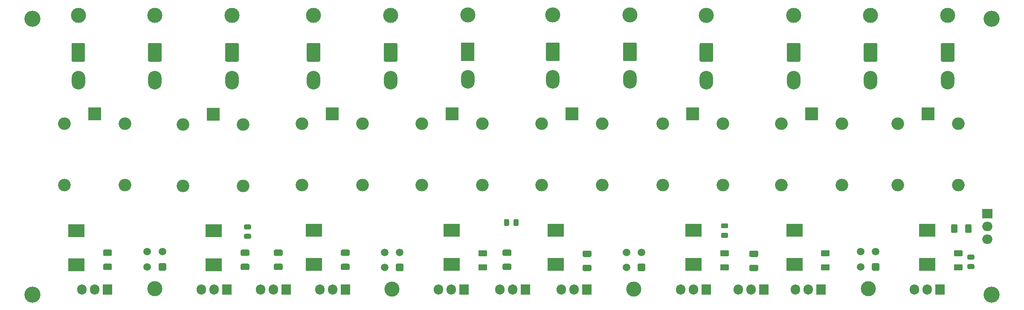
<source format=gts>
G04 #@! TF.GenerationSoftware,KiCad,Pcbnew,(5.1.9)-1*
G04 #@! TF.CreationDate,2021-01-28T15:20:20-05:00*
G04 #@! TF.ProjectId,PeltierPWMControl,50656c74-6965-4725-9057-4d436f6e7472,rev?*
G04 #@! TF.SameCoordinates,Original*
G04 #@! TF.FileFunction,Soldermask,Top*
G04 #@! TF.FilePolarity,Negative*
%FSLAX46Y46*%
G04 Gerber Fmt 4.6, Leading zero omitted, Abs format (unit mm)*
G04 Created by KiCad (PCBNEW (5.1.9)-1) date 2021-01-28 15:20:20*
%MOMM*%
%LPD*%
G01*
G04 APERTURE LIST*
%ADD10C,3.000000*%
%ADD11O,2.700000X3.700000*%
%ADD12C,1.500000*%
%ADD13C,3.200000*%
%ADD14O,1.905000X2.000000*%
%ADD15R,1.905000X2.000000*%
%ADD16O,2.000000X1.905000*%
%ADD17R,2.000000X1.905000*%
%ADD18O,2.500000X2.500000*%
%ADD19R,2.500000X2.500000*%
%ADD20R,3.300000X2.500000*%
G04 APERTURE END LIST*
D10*
X248900000Y-33200000D03*
D11*
X248900000Y-46000000D03*
G36*
G01*
X247550000Y-42099999D02*
X247550000Y-38900001D01*
G75*
G02*
X247800001Y-38650000I250001J0D01*
G01*
X249999999Y-38650000D01*
G75*
G02*
X250250000Y-38900001I0J-250001D01*
G01*
X250250000Y-42099999D01*
G75*
G02*
X249999999Y-42350000I-250001J0D01*
G01*
X247800001Y-42350000D01*
G75*
G02*
X247550000Y-42099999I0J250001D01*
G01*
G37*
D10*
X201000000Y-33200000D03*
D11*
X201000000Y-46000000D03*
G36*
G01*
X199650000Y-42099999D02*
X199650000Y-38900001D01*
G75*
G02*
X199900001Y-38650000I250001J0D01*
G01*
X202099999Y-38650000D01*
G75*
G02*
X202350000Y-38900001I0J-250001D01*
G01*
X202350000Y-42099999D01*
G75*
G02*
X202099999Y-42350000I-250001J0D01*
G01*
X199900001Y-42350000D01*
G75*
G02*
X199650000Y-42099999I0J250001D01*
G01*
G37*
D10*
X185800000Y-33100000D03*
D11*
X185800000Y-45900000D03*
G36*
G01*
X184450000Y-41999999D02*
X184450000Y-38800001D01*
G75*
G02*
X184700001Y-38550000I250001J0D01*
G01*
X186899999Y-38550000D01*
G75*
G02*
X187150000Y-38800001I0J-250001D01*
G01*
X187150000Y-41999999D01*
G75*
G02*
X186899999Y-42250000I-250001J0D01*
G01*
X184700001Y-42250000D01*
G75*
G02*
X184450000Y-41999999I0J250001D01*
G01*
G37*
D10*
X233600000Y-33200000D03*
D11*
X233600000Y-46000000D03*
G36*
G01*
X232250000Y-42099999D02*
X232250000Y-38900001D01*
G75*
G02*
X232500001Y-38650000I250001J0D01*
G01*
X234699999Y-38650000D01*
G75*
G02*
X234950000Y-38900001I0J-250001D01*
G01*
X234950000Y-42099999D01*
G75*
G02*
X234699999Y-42350000I-250001J0D01*
G01*
X232500001Y-42350000D01*
G75*
G02*
X232250000Y-42099999I0J250001D01*
G01*
G37*
D10*
X218300000Y-33200000D03*
D11*
X218300000Y-46000000D03*
G36*
G01*
X216950000Y-42099999D02*
X216950000Y-38900001D01*
G75*
G02*
X217200001Y-38650000I250001J0D01*
G01*
X219399999Y-38650000D01*
G75*
G02*
X219650000Y-38900001I0J-250001D01*
G01*
X219650000Y-42099999D01*
G75*
G02*
X219399999Y-42350000I-250001J0D01*
G01*
X217200001Y-42350000D01*
G75*
G02*
X216950000Y-42099999I0J250001D01*
G01*
G37*
D10*
X170500000Y-33100000D03*
D11*
X170500000Y-45900000D03*
G36*
G01*
X169150000Y-41999999D02*
X169150000Y-38800001D01*
G75*
G02*
X169400001Y-38550000I250001J0D01*
G01*
X171599999Y-38550000D01*
G75*
G02*
X171850000Y-38800001I0J-250001D01*
G01*
X171850000Y-41999999D01*
G75*
G02*
X171599999Y-42250000I-250001J0D01*
G01*
X169400001Y-42250000D01*
G75*
G02*
X169150000Y-41999999I0J250001D01*
G01*
G37*
D10*
X153600000Y-33100000D03*
D11*
X153600000Y-45900000D03*
G36*
G01*
X152250000Y-41999999D02*
X152250000Y-38800001D01*
G75*
G02*
X152500001Y-38550000I250001J0D01*
G01*
X154699999Y-38550000D01*
G75*
G02*
X154950000Y-38800001I0J-250001D01*
G01*
X154950000Y-41999999D01*
G75*
G02*
X154699999Y-42250000I-250001J0D01*
G01*
X152500001Y-42250000D01*
G75*
G02*
X152250000Y-41999999I0J250001D01*
G01*
G37*
D10*
X138300000Y-33200000D03*
D11*
X138300000Y-46000000D03*
G36*
G01*
X136950000Y-42099999D02*
X136950000Y-38900001D01*
G75*
G02*
X137200001Y-38650000I250001J0D01*
G01*
X139399999Y-38650000D01*
G75*
G02*
X139650000Y-38900001I0J-250001D01*
G01*
X139650000Y-42099999D01*
G75*
G02*
X139399999Y-42350000I-250001J0D01*
G01*
X137200001Y-42350000D01*
G75*
G02*
X136950000Y-42099999I0J250001D01*
G01*
G37*
D10*
X106800000Y-33200000D03*
D11*
X106800000Y-46000000D03*
G36*
G01*
X105450000Y-42099999D02*
X105450000Y-38900001D01*
G75*
G02*
X105700001Y-38650000I250001J0D01*
G01*
X107899999Y-38650000D01*
G75*
G02*
X108150000Y-38900001I0J-250001D01*
G01*
X108150000Y-42099999D01*
G75*
G02*
X107899999Y-42350000I-250001J0D01*
G01*
X105700001Y-42350000D01*
G75*
G02*
X105450000Y-42099999I0J250001D01*
G01*
G37*
D10*
X91500000Y-33200000D03*
D11*
X91500000Y-46000000D03*
G36*
G01*
X90150000Y-42099999D02*
X90150000Y-38900001D01*
G75*
G02*
X90400001Y-38650000I250001J0D01*
G01*
X92599999Y-38650000D01*
G75*
G02*
X92850000Y-38900001I0J-250001D01*
G01*
X92850000Y-42099999D01*
G75*
G02*
X92599999Y-42350000I-250001J0D01*
G01*
X90400001Y-42350000D01*
G75*
G02*
X90150000Y-42099999I0J250001D01*
G01*
G37*
D10*
X123000000Y-33200000D03*
D11*
X123000000Y-46000000D03*
G36*
G01*
X121650000Y-42099999D02*
X121650000Y-38900001D01*
G75*
G02*
X121900001Y-38650000I250001J0D01*
G01*
X124099999Y-38650000D01*
G75*
G02*
X124350000Y-38900001I0J-250001D01*
G01*
X124350000Y-42099999D01*
G75*
G02*
X124099999Y-42350000I-250001J0D01*
G01*
X121900001Y-42350000D01*
G75*
G02*
X121650000Y-42099999I0J250001D01*
G01*
G37*
D10*
X76300000Y-33200000D03*
D11*
X76300000Y-46000000D03*
G36*
G01*
X74950000Y-42099999D02*
X74950000Y-38900001D01*
G75*
G02*
X75200001Y-38650000I250001J0D01*
G01*
X77399999Y-38650000D01*
G75*
G02*
X77650000Y-38900001I0J-250001D01*
G01*
X77650000Y-42099999D01*
G75*
G02*
X77399999Y-42350000I-250001J0D01*
G01*
X75200001Y-42350000D01*
G75*
G02*
X74950000Y-42099999I0J250001D01*
G01*
G37*
G36*
G01*
X205056250Y-75450000D02*
X204143750Y-75450000D01*
G75*
G02*
X203900000Y-75206250I0J243750D01*
G01*
X203900000Y-74718750D01*
G75*
G02*
X204143750Y-74475000I243750J0D01*
G01*
X205056250Y-74475000D01*
G75*
G02*
X205300000Y-74718750I0J-243750D01*
G01*
X205300000Y-75206250D01*
G75*
G02*
X205056250Y-75450000I-243750J0D01*
G01*
G37*
G36*
G01*
X205056250Y-77325000D02*
X204143750Y-77325000D01*
G75*
G02*
X203900000Y-77081250I0J243750D01*
G01*
X203900000Y-76593750D01*
G75*
G02*
X204143750Y-76350000I243750J0D01*
G01*
X205056250Y-76350000D01*
G75*
G02*
X205300000Y-76593750I0J-243750D01*
G01*
X205300000Y-77081250D01*
G75*
G02*
X205056250Y-77325000I-243750J0D01*
G01*
G37*
G36*
G01*
X253043750Y-82550000D02*
X253956250Y-82550000D01*
G75*
G02*
X254200000Y-82793750I0J-243750D01*
G01*
X254200000Y-83281250D01*
G75*
G02*
X253956250Y-83525000I-243750J0D01*
G01*
X253043750Y-83525000D01*
G75*
G02*
X252800000Y-83281250I0J243750D01*
G01*
X252800000Y-82793750D01*
G75*
G02*
X253043750Y-82550000I243750J0D01*
G01*
G37*
G36*
G01*
X253043750Y-80675000D02*
X253956250Y-80675000D01*
G75*
G02*
X254200000Y-80918750I0J-243750D01*
G01*
X254200000Y-81406250D01*
G75*
G02*
X253956250Y-81650000I-243750J0D01*
G01*
X253043750Y-81650000D01*
G75*
G02*
X252800000Y-81406250I0J243750D01*
G01*
X252800000Y-80918750D01*
G75*
G02*
X253043750Y-80675000I243750J0D01*
G01*
G37*
G36*
G01*
X162712500Y-74756250D02*
X162712500Y-73843750D01*
G75*
G02*
X162956250Y-73600000I243750J0D01*
G01*
X163443750Y-73600000D01*
G75*
G02*
X163687500Y-73843750I0J-243750D01*
G01*
X163687500Y-74756250D01*
G75*
G02*
X163443750Y-75000000I-243750J0D01*
G01*
X162956250Y-75000000D01*
G75*
G02*
X162712500Y-74756250I0J243750D01*
G01*
G37*
G36*
G01*
X160837500Y-74756250D02*
X160837500Y-73843750D01*
G75*
G02*
X161081250Y-73600000I243750J0D01*
G01*
X161568750Y-73600000D01*
G75*
G02*
X161812500Y-73843750I0J-243750D01*
G01*
X161812500Y-74756250D01*
G75*
G02*
X161568750Y-75000000I-243750J0D01*
G01*
X161081250Y-75000000D01*
G75*
G02*
X160837500Y-74756250I0J243750D01*
G01*
G37*
G36*
G01*
X110356250Y-75650000D02*
X109443750Y-75650000D01*
G75*
G02*
X109200000Y-75406250I0J243750D01*
G01*
X109200000Y-74918750D01*
G75*
G02*
X109443750Y-74675000I243750J0D01*
G01*
X110356250Y-74675000D01*
G75*
G02*
X110600000Y-74918750I0J-243750D01*
G01*
X110600000Y-75406250D01*
G75*
G02*
X110356250Y-75650000I-243750J0D01*
G01*
G37*
G36*
G01*
X110356250Y-77525000D02*
X109443750Y-77525000D01*
G75*
G02*
X109200000Y-77281250I0J243750D01*
G01*
X109200000Y-76793750D01*
G75*
G02*
X109443750Y-76550000I243750J0D01*
G01*
X110356250Y-76550000D01*
G75*
G02*
X110600000Y-76793750I0J-243750D01*
G01*
X110600000Y-77281250D01*
G75*
G02*
X110356250Y-77525000I-243750J0D01*
G01*
G37*
D12*
X185100000Y-80200000D03*
X188100000Y-80200000D03*
X185100000Y-83200000D03*
G36*
G01*
X188850000Y-82700000D02*
X188850000Y-83700000D01*
G75*
G02*
X188600000Y-83950000I-250000J0D01*
G01*
X187600000Y-83950000D01*
G75*
G02*
X187350000Y-83700000I0J250000D01*
G01*
X187350000Y-82700000D01*
G75*
G02*
X187600000Y-82450000I250000J0D01*
G01*
X188600000Y-82450000D01*
G75*
G02*
X188850000Y-82700000I0J-250000D01*
G01*
G37*
D10*
X186600000Y-87520000D03*
D12*
X231600000Y-80100000D03*
X234600000Y-80100000D03*
X231600000Y-83100000D03*
G36*
G01*
X235350000Y-82600000D02*
X235350000Y-83600000D01*
G75*
G02*
X235100000Y-83850000I-250000J0D01*
G01*
X234100000Y-83850000D01*
G75*
G02*
X233850000Y-83600000I0J250000D01*
G01*
X233850000Y-82600000D01*
G75*
G02*
X234100000Y-82350000I250000J0D01*
G01*
X235100000Y-82350000D01*
G75*
G02*
X235350000Y-82600000I0J-250000D01*
G01*
G37*
D10*
X233100000Y-87420000D03*
D12*
X137100000Y-80200000D03*
X140100000Y-80200000D03*
X137100000Y-83200000D03*
G36*
G01*
X140850000Y-82700000D02*
X140850000Y-83700000D01*
G75*
G02*
X140600000Y-83950000I-250000J0D01*
G01*
X139600000Y-83950000D01*
G75*
G02*
X139350000Y-83700000I0J250000D01*
G01*
X139350000Y-82700000D01*
G75*
G02*
X139600000Y-82450000I250000J0D01*
G01*
X140600000Y-82450000D01*
G75*
G02*
X140850000Y-82700000I0J-250000D01*
G01*
G37*
D10*
X138600000Y-87520000D03*
D12*
X90000000Y-80100000D03*
X93000000Y-80100000D03*
X90000000Y-83100000D03*
G36*
G01*
X93750000Y-82600000D02*
X93750000Y-83600000D01*
G75*
G02*
X93500000Y-83850000I-250000J0D01*
G01*
X92500000Y-83850000D01*
G75*
G02*
X92250000Y-83600000I0J250000D01*
G01*
X92250000Y-82600000D01*
G75*
G02*
X92500000Y-82350000I250000J0D01*
G01*
X93500000Y-82350000D01*
G75*
G02*
X93750000Y-82600000I0J-250000D01*
G01*
G37*
D10*
X91500000Y-87420000D03*
D13*
X257600000Y-88600000D03*
X257600000Y-33800000D03*
X67200000Y-88600000D03*
X67200000Y-33800000D03*
G36*
G01*
X251625000Y-81025000D02*
X250375000Y-81025000D01*
G75*
G02*
X250125000Y-80775000I0J250000D01*
G01*
X250125000Y-80025000D01*
G75*
G02*
X250375000Y-79775000I250000J0D01*
G01*
X251625000Y-79775000D01*
G75*
G02*
X251875000Y-80025000I0J-250000D01*
G01*
X251875000Y-80775000D01*
G75*
G02*
X251625000Y-81025000I-250000J0D01*
G01*
G37*
G36*
G01*
X251625000Y-83825000D02*
X250375000Y-83825000D01*
G75*
G02*
X250125000Y-83575000I0J250000D01*
G01*
X250125000Y-82825000D01*
G75*
G02*
X250375000Y-82575000I250000J0D01*
G01*
X251625000Y-82575000D01*
G75*
G02*
X251875000Y-82825000I0J-250000D01*
G01*
X251875000Y-83575000D01*
G75*
G02*
X251625000Y-83825000I-250000J0D01*
G01*
G37*
G36*
G01*
X205225000Y-81025000D02*
X203975000Y-81025000D01*
G75*
G02*
X203725000Y-80775000I0J250000D01*
G01*
X203725000Y-80025000D01*
G75*
G02*
X203975000Y-79775000I250000J0D01*
G01*
X205225000Y-79775000D01*
G75*
G02*
X205475000Y-80025000I0J-250000D01*
G01*
X205475000Y-80775000D01*
G75*
G02*
X205225000Y-81025000I-250000J0D01*
G01*
G37*
G36*
G01*
X205225000Y-83825000D02*
X203975000Y-83825000D01*
G75*
G02*
X203725000Y-83575000I0J250000D01*
G01*
X203725000Y-82825000D01*
G75*
G02*
X203975000Y-82575000I250000J0D01*
G01*
X205225000Y-82575000D01*
G75*
G02*
X205475000Y-82825000I0J-250000D01*
G01*
X205475000Y-83575000D01*
G75*
G02*
X205225000Y-83825000I-250000J0D01*
G01*
G37*
G36*
G01*
X211025000Y-81125000D02*
X209775000Y-81125000D01*
G75*
G02*
X209525000Y-80875000I0J250000D01*
G01*
X209525000Y-80125000D01*
G75*
G02*
X209775000Y-79875000I250000J0D01*
G01*
X211025000Y-79875000D01*
G75*
G02*
X211275000Y-80125000I0J-250000D01*
G01*
X211275000Y-80875000D01*
G75*
G02*
X211025000Y-81125000I-250000J0D01*
G01*
G37*
G36*
G01*
X211025000Y-83925000D02*
X209775000Y-83925000D01*
G75*
G02*
X209525000Y-83675000I0J250000D01*
G01*
X209525000Y-82925000D01*
G75*
G02*
X209775000Y-82675000I250000J0D01*
G01*
X211025000Y-82675000D01*
G75*
G02*
X211275000Y-82925000I0J-250000D01*
G01*
X211275000Y-83675000D01*
G75*
G02*
X211025000Y-83925000I-250000J0D01*
G01*
G37*
G36*
G01*
X225225000Y-81025000D02*
X223975000Y-81025000D01*
G75*
G02*
X223725000Y-80775000I0J250000D01*
G01*
X223725000Y-80025000D01*
G75*
G02*
X223975000Y-79775000I250000J0D01*
G01*
X225225000Y-79775000D01*
G75*
G02*
X225475000Y-80025000I0J-250000D01*
G01*
X225475000Y-80775000D01*
G75*
G02*
X225225000Y-81025000I-250000J0D01*
G01*
G37*
G36*
G01*
X225225000Y-83825000D02*
X223975000Y-83825000D01*
G75*
G02*
X223725000Y-83575000I0J250000D01*
G01*
X223725000Y-82825000D01*
G75*
G02*
X223975000Y-82575000I250000J0D01*
G01*
X225225000Y-82575000D01*
G75*
G02*
X225475000Y-82825000I0J-250000D01*
G01*
X225475000Y-83575000D01*
G75*
G02*
X225225000Y-83825000I-250000J0D01*
G01*
G37*
G36*
G01*
X177925000Y-81125000D02*
X176675000Y-81125000D01*
G75*
G02*
X176425000Y-80875000I0J250000D01*
G01*
X176425000Y-80125000D01*
G75*
G02*
X176675000Y-79875000I250000J0D01*
G01*
X177925000Y-79875000D01*
G75*
G02*
X178175000Y-80125000I0J-250000D01*
G01*
X178175000Y-80875000D01*
G75*
G02*
X177925000Y-81125000I-250000J0D01*
G01*
G37*
G36*
G01*
X177925000Y-83925000D02*
X176675000Y-83925000D01*
G75*
G02*
X176425000Y-83675000I0J250000D01*
G01*
X176425000Y-82925000D01*
G75*
G02*
X176675000Y-82675000I250000J0D01*
G01*
X177925000Y-82675000D01*
G75*
G02*
X178175000Y-82925000I0J-250000D01*
G01*
X178175000Y-83675000D01*
G75*
G02*
X177925000Y-83925000I-250000J0D01*
G01*
G37*
G36*
G01*
X250825000Y-74875000D02*
X250825000Y-76125000D01*
G75*
G02*
X250575000Y-76375000I-250000J0D01*
G01*
X249825000Y-76375000D01*
G75*
G02*
X249575000Y-76125000I0J250000D01*
G01*
X249575000Y-74875000D01*
G75*
G02*
X249825000Y-74625000I250000J0D01*
G01*
X250575000Y-74625000D01*
G75*
G02*
X250825000Y-74875000I0J-250000D01*
G01*
G37*
G36*
G01*
X253625000Y-74875000D02*
X253625000Y-76125000D01*
G75*
G02*
X253375000Y-76375000I-250000J0D01*
G01*
X252625000Y-76375000D01*
G75*
G02*
X252375000Y-76125000I0J250000D01*
G01*
X252375000Y-74875000D01*
G75*
G02*
X252625000Y-74625000I250000J0D01*
G01*
X253375000Y-74625000D01*
G75*
G02*
X253625000Y-74875000I0J-250000D01*
G01*
G37*
G36*
G01*
X157225000Y-81025000D02*
X155975000Y-81025000D01*
G75*
G02*
X155725000Y-80775000I0J250000D01*
G01*
X155725000Y-80025000D01*
G75*
G02*
X155975000Y-79775000I250000J0D01*
G01*
X157225000Y-79775000D01*
G75*
G02*
X157475000Y-80025000I0J-250000D01*
G01*
X157475000Y-80775000D01*
G75*
G02*
X157225000Y-81025000I-250000J0D01*
G01*
G37*
G36*
G01*
X157225000Y-83825000D02*
X155975000Y-83825000D01*
G75*
G02*
X155725000Y-83575000I0J250000D01*
G01*
X155725000Y-82825000D01*
G75*
G02*
X155975000Y-82575000I250000J0D01*
G01*
X157225000Y-82575000D01*
G75*
G02*
X157475000Y-82825000I0J-250000D01*
G01*
X157475000Y-83575000D01*
G75*
G02*
X157225000Y-83825000I-250000J0D01*
G01*
G37*
G36*
G01*
X110025000Y-80925000D02*
X108775000Y-80925000D01*
G75*
G02*
X108525000Y-80675000I0J250000D01*
G01*
X108525000Y-79925000D01*
G75*
G02*
X108775000Y-79675000I250000J0D01*
G01*
X110025000Y-79675000D01*
G75*
G02*
X110275000Y-79925000I0J-250000D01*
G01*
X110275000Y-80675000D01*
G75*
G02*
X110025000Y-80925000I-250000J0D01*
G01*
G37*
G36*
G01*
X110025000Y-83725000D02*
X108775000Y-83725000D01*
G75*
G02*
X108525000Y-83475000I0J250000D01*
G01*
X108525000Y-82725000D01*
G75*
G02*
X108775000Y-82475000I250000J0D01*
G01*
X110025000Y-82475000D01*
G75*
G02*
X110275000Y-82725000I0J-250000D01*
G01*
X110275000Y-83475000D01*
G75*
G02*
X110025000Y-83725000I-250000J0D01*
G01*
G37*
G36*
G01*
X162025000Y-80925000D02*
X160775000Y-80925000D01*
G75*
G02*
X160525000Y-80675000I0J250000D01*
G01*
X160525000Y-79925000D01*
G75*
G02*
X160775000Y-79675000I250000J0D01*
G01*
X162025000Y-79675000D01*
G75*
G02*
X162275000Y-79925000I0J-250000D01*
G01*
X162275000Y-80675000D01*
G75*
G02*
X162025000Y-80925000I-250000J0D01*
G01*
G37*
G36*
G01*
X162025000Y-83725000D02*
X160775000Y-83725000D01*
G75*
G02*
X160525000Y-83475000I0J250000D01*
G01*
X160525000Y-82725000D01*
G75*
G02*
X160775000Y-82475000I250000J0D01*
G01*
X162025000Y-82475000D01*
G75*
G02*
X162275000Y-82725000I0J-250000D01*
G01*
X162275000Y-83475000D01*
G75*
G02*
X162025000Y-83725000I-250000J0D01*
G01*
G37*
G36*
G01*
X116625000Y-80925000D02*
X115375000Y-80925000D01*
G75*
G02*
X115125000Y-80675000I0J250000D01*
G01*
X115125000Y-79925000D01*
G75*
G02*
X115375000Y-79675000I250000J0D01*
G01*
X116625000Y-79675000D01*
G75*
G02*
X116875000Y-79925000I0J-250000D01*
G01*
X116875000Y-80675000D01*
G75*
G02*
X116625000Y-80925000I-250000J0D01*
G01*
G37*
G36*
G01*
X116625000Y-83725000D02*
X115375000Y-83725000D01*
G75*
G02*
X115125000Y-83475000I0J250000D01*
G01*
X115125000Y-82725000D01*
G75*
G02*
X115375000Y-82475000I250000J0D01*
G01*
X116625000Y-82475000D01*
G75*
G02*
X116875000Y-82725000I0J-250000D01*
G01*
X116875000Y-83475000D01*
G75*
G02*
X116625000Y-83725000I-250000J0D01*
G01*
G37*
G36*
G01*
X129925000Y-80925000D02*
X128675000Y-80925000D01*
G75*
G02*
X128425000Y-80675000I0J250000D01*
G01*
X128425000Y-79925000D01*
G75*
G02*
X128675000Y-79675000I250000J0D01*
G01*
X129925000Y-79675000D01*
G75*
G02*
X130175000Y-79925000I0J-250000D01*
G01*
X130175000Y-80675000D01*
G75*
G02*
X129925000Y-80925000I-250000J0D01*
G01*
G37*
G36*
G01*
X129925000Y-83725000D02*
X128675000Y-83725000D01*
G75*
G02*
X128425000Y-83475000I0J250000D01*
G01*
X128425000Y-82725000D01*
G75*
G02*
X128675000Y-82475000I250000J0D01*
G01*
X129925000Y-82475000D01*
G75*
G02*
X130175000Y-82725000I0J-250000D01*
G01*
X130175000Y-83475000D01*
G75*
G02*
X129925000Y-83725000I-250000J0D01*
G01*
G37*
G36*
G01*
X82725000Y-80925000D02*
X81475000Y-80925000D01*
G75*
G02*
X81225000Y-80675000I0J250000D01*
G01*
X81225000Y-79925000D01*
G75*
G02*
X81475000Y-79675000I250000J0D01*
G01*
X82725000Y-79675000D01*
G75*
G02*
X82975000Y-79925000I0J-250000D01*
G01*
X82975000Y-80675000D01*
G75*
G02*
X82725000Y-80925000I-250000J0D01*
G01*
G37*
G36*
G01*
X82725000Y-83725000D02*
X81475000Y-83725000D01*
G75*
G02*
X81225000Y-83475000I0J250000D01*
G01*
X81225000Y-82725000D01*
G75*
G02*
X81475000Y-82475000I250000J0D01*
G01*
X82725000Y-82475000D01*
G75*
G02*
X82975000Y-82725000I0J-250000D01*
G01*
X82975000Y-83475000D01*
G75*
G02*
X82725000Y-83725000I-250000J0D01*
G01*
G37*
D14*
X242320000Y-87600000D03*
X244860000Y-87600000D03*
D15*
X247400000Y-87600000D03*
D14*
X195860000Y-87600000D03*
X198400000Y-87600000D03*
D15*
X200940000Y-87600000D03*
D14*
X207320000Y-87600000D03*
X209860000Y-87600000D03*
D15*
X212400000Y-87600000D03*
D14*
X218700000Y-87600000D03*
X221240000Y-87600000D03*
D15*
X223780000Y-87600000D03*
D14*
X172220000Y-87600000D03*
X174760000Y-87600000D03*
D15*
X177300000Y-87600000D03*
D16*
X256800000Y-77580000D03*
X256800000Y-75040000D03*
D17*
X256800000Y-72500000D03*
D14*
X147820000Y-87600000D03*
X150360000Y-87600000D03*
D15*
X152900000Y-87600000D03*
D14*
X100720000Y-87600000D03*
X103260000Y-87600000D03*
D15*
X105800000Y-87600000D03*
D14*
X160020000Y-87600000D03*
X162560000Y-87600000D03*
D15*
X165100000Y-87600000D03*
D14*
X112520000Y-87600000D03*
X115060000Y-87600000D03*
D15*
X117600000Y-87600000D03*
D14*
X124220000Y-87600000D03*
X126760000Y-87600000D03*
D15*
X129300000Y-87600000D03*
D14*
X77020000Y-87600000D03*
X79560000Y-87600000D03*
D15*
X82100000Y-87600000D03*
D18*
X251000000Y-54700000D03*
X251000000Y-66900000D03*
X239000000Y-66900000D03*
X239000000Y-54700000D03*
D19*
X245000000Y-52700000D03*
D18*
X204300000Y-54700000D03*
X204300000Y-66900000D03*
X192300000Y-66900000D03*
X192300000Y-54700000D03*
D19*
X198300000Y-52700000D03*
D18*
X227900000Y-54700000D03*
X227900000Y-66900000D03*
X215900000Y-66900000D03*
X215900000Y-54700000D03*
D19*
X221900000Y-52700000D03*
D18*
X180300000Y-54700000D03*
X180300000Y-66900000D03*
X168300000Y-66900000D03*
X168300000Y-54700000D03*
D19*
X174300000Y-52700000D03*
D18*
X156500000Y-54700000D03*
X156500000Y-66900000D03*
X144500000Y-66900000D03*
X144500000Y-54700000D03*
D19*
X150500000Y-52700000D03*
D18*
X109060000Y-54800000D03*
X109060000Y-67000000D03*
X97060000Y-67000000D03*
X97060000Y-54800000D03*
D19*
X103060000Y-52800000D03*
D18*
X132700000Y-54700000D03*
X132700000Y-66900000D03*
X120700000Y-66900000D03*
X120700000Y-54700000D03*
D19*
X126700000Y-52700000D03*
D18*
X85560000Y-54700000D03*
X85560000Y-66900000D03*
X73560000Y-66900000D03*
X73560000Y-54700000D03*
D19*
X79560000Y-52700000D03*
D20*
X244800000Y-75800000D03*
X244800000Y-82600000D03*
X198400000Y-75800000D03*
X198400000Y-82600000D03*
X218500000Y-75800000D03*
X218500000Y-82600000D03*
X171100000Y-75800000D03*
X171100000Y-82600000D03*
X150400000Y-75800000D03*
X150400000Y-82600000D03*
X103200000Y-75900000D03*
X103200000Y-82700000D03*
X123100000Y-75800000D03*
X123100000Y-82600000D03*
X75900000Y-75900000D03*
X75900000Y-82700000D03*
M02*

</source>
